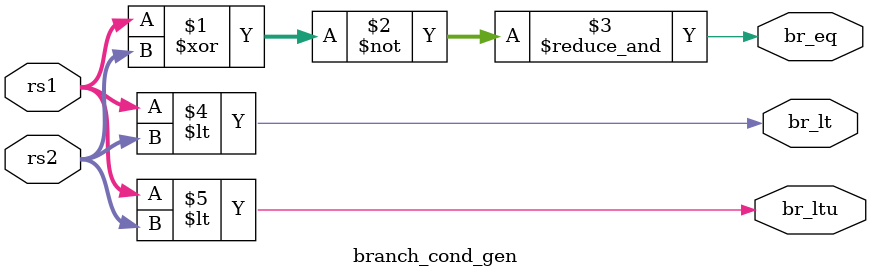
<source format=sv>
`timescale 1ns / 1ps


module branch_cond_gen(
    input wire [31:0]   rs1,
    input wire [31:0]   rs2,
    
    output wire br_eq, 
	output wire br_lt, 
	output wire br_ltu
    );
    
    assign br_eq = &(~(rs1 ^ rs2));
    assign br_lt = $signed(rs1) < $signed(rs2);
    assign br_ltu = $unsigned(rs1) < $unsigned(rs2);
endmodule

</source>
